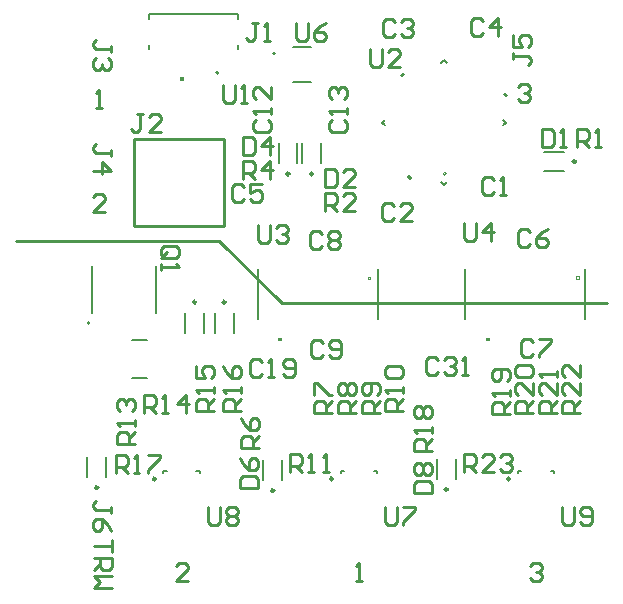
<source format=gbr>
%TF.GenerationSoftware,Altium Limited,Altium Designer,22.11.1 (43)*%
G04 Layer_Color=65535*
%FSLAX45Y45*%
%MOMM*%
%TF.SameCoordinates,5CE01347-A356-42F5-95A5-03C013D0245E*%
%TF.FilePolarity,Positive*%
%TF.FileFunction,Legend,Top*%
%TF.Part,Single*%
G01*
G75*
%TA.AperFunction,NonConductor*%
%ADD51C,0.25000*%
%ADD52C,0.20000*%
%TA.AperFunction,OtherPad,Pad U1-1 (14mm,44.45mm)*%
%ADD53C,0.40000*%
%TA.AperFunction,NonConductor*%
%ADD54C,0.15240*%
%ADD55C,0.20320*%
%ADD56C,0.25400*%
%ADD57C,0.12700*%
%ADD58C,0.15000*%
%ADD59C,0.07620*%
G36*
X2251550Y2254600D02*
Y2229200D01*
X2213450D01*
Y2254600D01*
X2251550D01*
D02*
G37*
G36*
X4011050Y2257405D02*
Y2232005D01*
X3972950D01*
Y2257405D01*
X4011050D01*
D02*
G37*
G36*
X3323192Y3640427D02*
X3350132Y3613486D01*
X3332172Y3595526D01*
X3305231Y3622466D01*
X3323192Y3640427D01*
D02*
G37*
G36*
X3266623Y4463004D02*
X3248663Y4480965D01*
X3275604Y4507906D01*
X3293564Y4489945D01*
X3266623Y4463004D01*
D02*
G37*
G36*
X4116141Y4320240D02*
X4143082Y4293299D01*
X4161043Y4311259D01*
X4134102Y4338200D01*
X4116141Y4320240D01*
D02*
G37*
D51*
X2312500Y3645000D02*
G03*
X2312500Y3645000I-12500J0D01*
G01*
X2512500D02*
G03*
X2512500Y3645000I-12500J0D01*
G01*
X3652500Y975000D02*
G03*
X3652500Y975000I-12500J0D01*
G01*
X2182500Y965000D02*
G03*
X2182500Y965000I-12500J0D01*
G01*
X692500Y990000D02*
G03*
X692500Y990000I-12500J0D01*
G01*
X1522500Y2560000D02*
G03*
X1522500Y2560000I-12500J0D01*
G01*
X1772500D02*
G03*
X1772500Y2560000I-12500J0D01*
G01*
X4180000Y1062500D02*
G03*
X4180000Y1062500I-12500J0D01*
G01*
X2680000D02*
G03*
X2680000Y1062500I-12500J0D01*
G01*
X1180000D02*
G03*
X1180000Y1062500I-12500J0D01*
G01*
X4737500Y3750000D02*
G03*
X4737500Y3750000I-12500J0D01*
G01*
D52*
X620000Y2384000D02*
G03*
X620000Y2384000I-10000J0D01*
G01*
X2193500Y4665000D02*
G03*
X2193500Y4665000I-10000J0D01*
G01*
X1710000Y4500000D02*
G03*
X1710000Y4500000I-10000J0D01*
G01*
X2380000Y3735000D02*
Y3905000D01*
X2220000Y3735000D02*
Y3905000D01*
X2580000Y3735000D02*
Y3905000D01*
X2420000Y3735000D02*
Y3905000D01*
X3720000Y1065000D02*
Y1235000D01*
X3560000Y1065000D02*
Y1235000D01*
X2250000Y1055000D02*
Y1225000D01*
X2090000Y1055000D02*
Y1225000D01*
X760000Y1080000D02*
Y1250000D01*
X600000Y1080000D02*
Y1250000D01*
X1590000Y2300000D02*
Y2470000D01*
X1430000Y2300000D02*
Y2470000D01*
X1840000Y2300000D02*
Y2470000D01*
X1680000Y2300000D02*
Y2470000D01*
X4465000Y3670000D02*
X4635000D01*
X4465000Y3830000D02*
X4635000D01*
D53*
X1400000Y4445000D02*
D03*
D54*
X3801500Y2415715D02*
Y2839895D01*
X4817500Y2415715D02*
Y2839895D01*
X3058000Y2412910D02*
Y2837090D01*
X2042000Y2412910D02*
Y2837090D01*
X3596103Y3577654D02*
X3620000Y3553757D01*
X4122346Y4103897D02*
X4146243Y4080000D01*
X3596103Y4582346D02*
X3620000Y4606243D01*
X3093757Y4080000D02*
X3117654Y4056103D01*
X3620000Y3553757D02*
X3643897Y3577654D01*
X4122346Y4056103D02*
X4146243Y4080000D01*
X3620000Y4606243D02*
X3643897Y4582346D01*
X3093757Y4080000D02*
X3117654Y4103897D01*
D55*
X975000Y1917500D02*
X1105000D01*
X975000Y2235000D02*
X1105000D01*
D56*
X2250000Y2550000D02*
X5000000D01*
X1720000Y3080000D02*
X2250000Y2550000D01*
X0Y3080000D02*
X1720000Y3080000D01*
X997200Y3939300D02*
X1759200D01*
X997200Y3202700D02*
Y3939300D01*
Y3202700D02*
X1759200D01*
Y3939300D01*
X807751Y544600D02*
Y443033D01*
Y493816D01*
X655400D01*
Y392249D02*
X807751D01*
Y316074D01*
X782359Y290682D01*
X731575D01*
X706183Y316074D01*
Y392249D01*
Y341466D02*
X655400Y290682D01*
X807751Y239898D02*
X655400D01*
X706183Y189115D01*
X655400Y138331D01*
X807751D01*
X4250400Y4377359D02*
X4275792Y4402751D01*
X4326575D01*
X4351967Y4377359D01*
Y4351967D01*
X4326575Y4326575D01*
X4301183D01*
X4326575D01*
X4351967Y4301183D01*
Y4275792D01*
X4326575Y4250400D01*
X4275792D01*
X4250400Y4275792D01*
X751967Y3325400D02*
X650400D01*
X751967Y3426967D01*
Y3452359D01*
X726575Y3477751D01*
X675792D01*
X650400Y3452359D01*
X675400Y4200400D02*
X726183D01*
X700792D01*
Y4352751D01*
X675400Y4327359D01*
X4350400Y327359D02*
X4375792Y352751D01*
X4426575D01*
X4451967Y327359D01*
Y301967D01*
X4426575Y276575D01*
X4401183D01*
X4426575D01*
X4451967Y251183D01*
Y225792D01*
X4426575Y200400D01*
X4375792D01*
X4350400Y225792D01*
X2875400Y200400D02*
X2926183D01*
X2900792D01*
Y352751D01*
X2875400Y327359D01*
X1451967Y200400D02*
X1350400D01*
X1451967Y301967D01*
Y327359D01*
X1426575Y352751D01*
X1375792D01*
X1350400Y327359D01*
X4623041Y826175D02*
Y699217D01*
X4648433Y673825D01*
X4699216D01*
X4724608Y699217D01*
Y826175D01*
X4775392Y699217D02*
X4800784Y673825D01*
X4851567D01*
X4876959Y699217D01*
Y800784D01*
X4851567Y826175D01*
X4800784D01*
X4775392Y800784D01*
Y775392D01*
X4800784Y750000D01*
X4876959D01*
X1623041Y826175D02*
Y699217D01*
X1648433Y673825D01*
X1699217D01*
X1724608Y699217D01*
Y826175D01*
X1775392Y800784D02*
X1800784Y826175D01*
X1851567D01*
X1876959Y800784D01*
Y775392D01*
X1851567Y750000D01*
X1876959Y724608D01*
Y699217D01*
X1851567Y673825D01*
X1800784D01*
X1775392Y699217D01*
Y724608D01*
X1800784Y750000D01*
X1775392Y775392D01*
Y800784D01*
X1800784Y750000D02*
X1851567D01*
X3123041Y826175D02*
Y699217D01*
X3148433Y673825D01*
X3199217D01*
X3224608Y699217D01*
Y826175D01*
X3275392D02*
X3376959D01*
Y800784D01*
X3275392Y699217D01*
Y673825D01*
X2367541Y4921175D02*
Y4794216D01*
X2392933Y4768825D01*
X2443716D01*
X2469108Y4794216D01*
Y4921175D01*
X2621459D02*
X2570675Y4895783D01*
X2519892Y4845000D01*
Y4794216D01*
X2545284Y4768825D01*
X2596067D01*
X2621459Y4794216D01*
Y4819608D01*
X2596067Y4845000D01*
X2519892D01*
X3793041Y3226175D02*
Y3099217D01*
X3818433Y3073825D01*
X3869217D01*
X3894608Y3099217D01*
Y3226175D01*
X4021567Y3073825D02*
Y3226175D01*
X3945392Y3150000D01*
X4046959D01*
X2043041Y3216175D02*
Y3089217D01*
X2068433Y3063825D01*
X2119216D01*
X2144608Y3089217D01*
Y3216175D01*
X2195392Y3190784D02*
X2220784Y3216175D01*
X2271567D01*
X2296959Y3190784D01*
Y3165392D01*
X2271567Y3140000D01*
X2246175D01*
X2271567D01*
X2296959Y3114608D01*
Y3089217D01*
X2271567Y3063825D01*
X2220784D01*
X2195392Y3089217D01*
X2993041Y4706175D02*
Y4579216D01*
X3018433Y4553825D01*
X3069216D01*
X3094608Y4579216D01*
Y4706175D01*
X3246959Y4553825D02*
X3145392D01*
X3246959Y4655392D01*
Y4680783D01*
X3221567Y4706175D01*
X3170784D01*
X3145392Y4680783D01*
X1748433Y4401175D02*
Y4274216D01*
X1773825Y4248825D01*
X1824608D01*
X1850000Y4274216D01*
Y4401175D01*
X1900784Y4248825D02*
X1951567D01*
X1926176D01*
Y4401175D01*
X1900784Y4375783D01*
X3786866Y1123825D02*
Y1276175D01*
X3863041D01*
X3888433Y1250783D01*
Y1200000D01*
X3863041Y1174608D01*
X3786866D01*
X3837649D02*
X3888433Y1123825D01*
X4040784D02*
X3939216D01*
X4040784Y1225392D01*
Y1250783D01*
X4015392Y1276175D01*
X3964608D01*
X3939216Y1250783D01*
X4091567D02*
X4116959Y1276175D01*
X4167742D01*
X4193134Y1250783D01*
Y1225392D01*
X4167742Y1200000D01*
X4142351D01*
X4167742D01*
X4193134Y1174608D01*
Y1149216D01*
X4167742Y1123825D01*
X4116959D01*
X4091567Y1149216D01*
X4776175Y1621866D02*
X4623825D01*
Y1698041D01*
X4649217Y1723433D01*
X4700000D01*
X4725392Y1698041D01*
Y1621866D01*
Y1672649D02*
X4776175Y1723433D01*
Y1875784D02*
Y1774216D01*
X4674608Y1875784D01*
X4649217D01*
X4623825Y1850392D01*
Y1799608D01*
X4649217Y1774216D01*
X4776175Y2028134D02*
Y1926567D01*
X4674608Y2028134D01*
X4649217D01*
X4623825Y2002743D01*
Y1951959D01*
X4649217Y1926567D01*
X4576175Y1622258D02*
X4423825D01*
Y1698433D01*
X4449216Y1723825D01*
X4500000D01*
X4525392Y1698433D01*
Y1622258D01*
Y1673041D02*
X4576175Y1723825D01*
Y1876176D02*
Y1774608D01*
X4474608Y1876176D01*
X4449216D01*
X4423825Y1850784D01*
Y1800000D01*
X4449216Y1774608D01*
X4576175Y1926959D02*
Y1977743D01*
Y1952351D01*
X4423825D01*
X4449216Y1926959D01*
X4376175Y1621865D02*
X4223824D01*
Y1698041D01*
X4249216Y1723433D01*
X4300000D01*
X4325392Y1698041D01*
Y1621865D01*
Y1672649D02*
X4376175Y1723433D01*
Y1875783D02*
Y1774216D01*
X4274608Y1875783D01*
X4249216D01*
X4223824Y1850392D01*
Y1799608D01*
X4249216Y1774216D01*
Y1926567D02*
X4223824Y1951959D01*
Y2002742D01*
X4249216Y2028134D01*
X4350783D01*
X4376175Y2002742D01*
Y1951959D01*
X4350783Y1926567D01*
X4249216D01*
X4176175Y1609561D02*
X4023824D01*
Y1685737D01*
X4049216Y1711129D01*
X4100000D01*
X4125392Y1685737D01*
Y1609561D01*
Y1660345D02*
X4176175Y1711129D01*
Y1761912D02*
Y1812696D01*
Y1787304D01*
X4023824D01*
X4049216Y1761912D01*
X4150783Y1888871D02*
X4176175Y1914263D01*
Y1965046D01*
X4150783Y1990438D01*
X4049216D01*
X4023824Y1965046D01*
Y1914263D01*
X4049216Y1888871D01*
X4074608D01*
X4100000Y1914263D01*
Y1990438D01*
X3516175Y1299562D02*
X3363825D01*
Y1375737D01*
X3389216Y1401129D01*
X3440000D01*
X3465392Y1375737D01*
Y1299562D01*
Y1350345D02*
X3516175Y1401129D01*
Y1451913D02*
Y1502696D01*
Y1477304D01*
X3363825D01*
X3389216Y1451913D01*
Y1578871D02*
X3363825Y1604263D01*
Y1655047D01*
X3389216Y1680439D01*
X3414608D01*
X3440000Y1655047D01*
X3465392Y1680439D01*
X3490783D01*
X3516175Y1655047D01*
Y1604263D01*
X3490783Y1578871D01*
X3465392D01*
X3440000Y1604263D01*
X3414608Y1578871D01*
X3389216D01*
X3440000Y1604263D02*
Y1655047D01*
X839562Y1113825D02*
Y1266175D01*
X915737D01*
X941129Y1240783D01*
Y1190000D01*
X915737Y1164608D01*
X839562D01*
X890345D02*
X941129Y1113825D01*
X991912D02*
X1042696D01*
X1017304D01*
Y1266175D01*
X991912Y1240783D01*
X1118871Y1266175D02*
X1220439D01*
Y1240783D01*
X1118871Y1139216D01*
Y1113825D01*
X1901175Y1634561D02*
X1748824D01*
Y1710737D01*
X1774216Y1736129D01*
X1825000D01*
X1850392Y1710737D01*
Y1634561D01*
Y1685345D02*
X1901175Y1736129D01*
Y1786912D02*
Y1837696D01*
Y1812304D01*
X1748824D01*
X1774216Y1786912D01*
X1748824Y2015438D02*
X1774216Y1964654D01*
X1825000Y1913871D01*
X1875783D01*
X1901175Y1939263D01*
Y1990046D01*
X1875783Y2015438D01*
X1850392D01*
X1825000Y1990046D01*
Y1913871D01*
X1676175Y1634561D02*
X1523824D01*
Y1710737D01*
X1549216Y1736129D01*
X1600000D01*
X1625392Y1710737D01*
Y1634561D01*
Y1685345D02*
X1676175Y1736129D01*
Y1786912D02*
Y1837696D01*
Y1812304D01*
X1523824D01*
X1549216Y1786912D01*
X1523824Y2015438D02*
Y1913871D01*
X1600000D01*
X1574608Y1964654D01*
Y1990046D01*
X1600000Y2015438D01*
X1650783D01*
X1676175Y1990046D01*
Y1939263D01*
X1650783Y1913871D01*
X1084562Y1623825D02*
Y1776175D01*
X1160737D01*
X1186129Y1750783D01*
Y1700000D01*
X1160737Y1674608D01*
X1084562D01*
X1135345D02*
X1186129Y1623825D01*
X1236912D02*
X1287696D01*
X1262304D01*
Y1776175D01*
X1236912Y1750783D01*
X1440047Y1623825D02*
Y1776175D01*
X1363871Y1700000D01*
X1465439D01*
X1006175Y1359562D02*
X853825D01*
Y1435737D01*
X879216Y1461129D01*
X930000D01*
X955392Y1435737D01*
Y1359562D01*
Y1410345D02*
X1006175Y1461129D01*
Y1511912D02*
Y1562696D01*
Y1537304D01*
X853825D01*
X879216Y1511912D01*
Y1638871D02*
X853825Y1664263D01*
Y1715047D01*
X879216Y1740438D01*
X904608D01*
X930000Y1715047D01*
Y1689655D01*
Y1715047D01*
X955392Y1740438D01*
X980783D01*
X1006175Y1715047D01*
Y1664263D01*
X980783Y1638871D01*
X2314954Y1123825D02*
Y1276175D01*
X2391129D01*
X2416521Y1250783D01*
Y1200000D01*
X2391129Y1174608D01*
X2314954D01*
X2365737D02*
X2416521Y1123825D01*
X2467304D02*
X2518088D01*
X2492696D01*
Y1276175D01*
X2467304Y1250783D01*
X2594263Y1123825D02*
X2645047D01*
X2619655D01*
Y1276175D01*
X2594263Y1250783D01*
X3276175Y1634562D02*
X3123824D01*
Y1710737D01*
X3149216Y1736129D01*
X3200000D01*
X3225392Y1710737D01*
Y1634562D01*
Y1685345D02*
X3276175Y1736129D01*
Y1786912D02*
Y1837696D01*
Y1812304D01*
X3123824D01*
X3149216Y1786912D01*
Y1913871D02*
X3123824Y1939263D01*
Y1990047D01*
X3149216Y2015438D01*
X3250783D01*
X3276175Y1990047D01*
Y1939263D01*
X3250783Y1913871D01*
X3149216D01*
X3076175Y1623041D02*
X2923825D01*
Y1699217D01*
X2949217Y1724608D01*
X3000000D01*
X3025392Y1699217D01*
Y1623041D01*
Y1673825D02*
X3076175Y1724608D01*
X3050784Y1775392D02*
X3076175Y1800784D01*
Y1851567D01*
X3050784Y1876959D01*
X2949217D01*
X2923825Y1851567D01*
Y1800784D01*
X2949217Y1775392D01*
X2974608D01*
X3000000Y1800784D01*
Y1876959D01*
X2876175Y1623041D02*
X2723825D01*
Y1699217D01*
X2749216Y1724608D01*
X2800000D01*
X2825392Y1699217D01*
Y1623041D01*
Y1673825D02*
X2876175Y1724608D01*
X2749216Y1775392D02*
X2723825Y1800784D01*
Y1851567D01*
X2749216Y1876959D01*
X2774608D01*
X2800000Y1851567D01*
X2825392Y1876959D01*
X2850783D01*
X2876175Y1851567D01*
Y1800784D01*
X2850783Y1775392D01*
X2825392D01*
X2800000Y1800784D01*
X2774608Y1775392D01*
X2749216D01*
X2800000Y1800784D02*
Y1851567D01*
X2676175Y1623041D02*
X2523824D01*
Y1699216D01*
X2549216Y1724608D01*
X2600000D01*
X2625391Y1699216D01*
Y1623041D01*
Y1673824D02*
X2676175Y1724608D01*
X2523824Y1775392D02*
Y1876959D01*
X2549216D01*
X2650783Y1775392D01*
X2676175D01*
X2056175Y1323041D02*
X1903825D01*
Y1399216D01*
X1929217Y1424608D01*
X1980000D01*
X2005392Y1399216D01*
Y1323041D01*
Y1373825D02*
X2056175Y1424608D01*
X1903825Y1576959D02*
X1929217Y1526175D01*
X1980000Y1475392D01*
X2030784D01*
X2056175Y1500784D01*
Y1551567D01*
X2030784Y1576959D01*
X2005392D01*
X1980000Y1551567D01*
Y1475392D01*
X1923041Y3603825D02*
Y3756175D01*
X1999216D01*
X2024608Y3730783D01*
Y3680000D01*
X1999216Y3654608D01*
X1923041D01*
X1973825D02*
X2024608Y3603825D01*
X2151567D02*
Y3756175D01*
X2075392Y3680000D01*
X2176959D01*
X2613041Y3333825D02*
Y3486175D01*
X2689217D01*
X2714608Y3460784D01*
Y3410000D01*
X2689217Y3384608D01*
X2613041D01*
X2663825D02*
X2714608Y3333825D01*
X2866959D02*
X2765392D01*
X2866959Y3435392D01*
Y3460784D01*
X2841567Y3486175D01*
X2790784D01*
X2765392Y3460784D01*
X4748433Y3873825D02*
Y4026175D01*
X4824608D01*
X4850000Y4000783D01*
Y3950000D01*
X4824608Y3924608D01*
X4748433D01*
X4799216D02*
X4850000Y3873825D01*
X4900784D02*
X4951567D01*
X4926176D01*
Y4026175D01*
X4900784Y4000783D01*
X1254217Y2928999D02*
X1355784D01*
X1381176Y2954391D01*
Y3005175D01*
X1355784Y3030567D01*
X1254217D01*
X1228825Y3005175D01*
Y2954391D01*
X1279608Y2979783D02*
X1228825Y2928999D01*
Y2954391D02*
X1254217Y2928999D01*
X1228825Y2878216D02*
Y2827432D01*
Y2852824D01*
X1381176D01*
X1355784Y2878216D01*
X797176Y773391D02*
Y824175D01*
Y798783D01*
X670217D01*
X644825Y824175D01*
Y849567D01*
X670217Y874959D01*
X797176Y621041D02*
X771784Y671824D01*
X721000Y722608D01*
X670217D01*
X644825Y697216D01*
Y646433D01*
X670217Y621041D01*
X695608D01*
X721000Y646433D01*
Y722608D01*
X4202825Y4668608D02*
Y4617825D01*
Y4643217D01*
X4329784D01*
X4355175Y4617825D01*
Y4592433D01*
X4329784Y4567041D01*
X4202825Y4820959D02*
Y4719392D01*
X4279000D01*
X4253608Y4770175D01*
Y4795567D01*
X4279000Y4820959D01*
X4329784D01*
X4355175Y4795567D01*
Y4744784D01*
X4329784Y4719392D01*
X801176Y3800392D02*
Y3851175D01*
Y3825784D01*
X674217D01*
X648825Y3851175D01*
Y3876567D01*
X674217Y3901959D01*
X648825Y3673433D02*
X801176D01*
X725000Y3749608D01*
Y3648041D01*
X801176Y4675391D02*
Y4726175D01*
Y4700783D01*
X674217D01*
X648825Y4726175D01*
Y4751567D01*
X674217Y4776959D01*
X775784Y4624608D02*
X801176Y4599216D01*
Y4548433D01*
X775784Y4523041D01*
X750392D01*
X725000Y4548433D01*
Y4573824D01*
Y4548433D01*
X699608Y4523041D01*
X674217D01*
X648825Y4548433D01*
Y4599216D01*
X674217Y4624608D01*
X1074608Y4151175D02*
X1023825D01*
X1049217D01*
Y4024216D01*
X1023825Y3998825D01*
X998433D01*
X973041Y4024216D01*
X1226959Y3998825D02*
X1125392D01*
X1226959Y4100392D01*
Y4125783D01*
X1201567Y4151175D01*
X1150784D01*
X1125392Y4125783D01*
X2050000Y4926175D02*
X1999216D01*
X2024608D01*
Y4799216D01*
X1999216Y4773825D01*
X1973825D01*
X1948433Y4799216D01*
X2100784Y4773825D02*
X2151567D01*
X2126176D01*
Y4926175D01*
X2100784Y4900783D01*
X3363824Y943041D02*
X3516175D01*
Y1019216D01*
X3490783Y1044608D01*
X3389216D01*
X3363824Y1019216D01*
Y943041D01*
X3389216Y1095392D02*
X3363824Y1120783D01*
Y1171567D01*
X3389216Y1196959D01*
X3414608D01*
X3440000Y1171567D01*
X3465392Y1196959D01*
X3490783D01*
X3516175Y1171567D01*
Y1120783D01*
X3490783Y1095392D01*
X3465392D01*
X3440000Y1120783D01*
X3414608Y1095392D01*
X3389216D01*
X3440000Y1120783D02*
Y1171567D01*
X1893825Y983041D02*
X2046175D01*
Y1059216D01*
X2020783Y1084608D01*
X1919216D01*
X1893825Y1059216D01*
Y983041D01*
Y1236959D02*
X1919216Y1186175D01*
X1970000Y1135392D01*
X2020783D01*
X2046175Y1160784D01*
Y1211567D01*
X2020783Y1236959D01*
X1995392D01*
X1970000Y1211567D01*
Y1135392D01*
X1923041Y3956175D02*
Y3803825D01*
X1999216D01*
X2024608Y3829217D01*
Y3930784D01*
X1999216Y3956175D01*
X1923041D01*
X2151567Y3803825D02*
Y3956175D01*
X2075392Y3880000D01*
X2176959D01*
X2613041Y3686175D02*
Y3533825D01*
X2689217D01*
X2714608Y3559216D01*
Y3660783D01*
X2689217Y3686175D01*
X2613041D01*
X2866959Y3533825D02*
X2765392D01*
X2866959Y3635392D01*
Y3660783D01*
X2841567Y3686175D01*
X2790784D01*
X2765392Y3660783D01*
X4448433Y4026176D02*
Y3873825D01*
X4524608D01*
X4550000Y3899217D01*
Y4000784D01*
X4524608Y4026176D01*
X4448433D01*
X4600784Y3873825D02*
X4651567D01*
X4626176D01*
Y4026176D01*
X4600784Y4000784D01*
X3573825Y2070784D02*
X3548433Y2096175D01*
X3497650D01*
X3472258Y2070784D01*
Y1969217D01*
X3497650Y1943825D01*
X3548433D01*
X3573825Y1969217D01*
X3624608Y2070784D02*
X3650000Y2096175D01*
X3700784D01*
X3726176Y2070784D01*
Y2045392D01*
X3700784Y2020000D01*
X3675392D01*
X3700784D01*
X3726176Y1994608D01*
Y1969217D01*
X3700784Y1943825D01*
X3650000D01*
X3624608Y1969217D01*
X3776959Y1943825D02*
X3827743D01*
X3802351D01*
Y2096175D01*
X3776959Y2070784D01*
X2081129Y2050784D02*
X2055737Y2076175D01*
X2004954D01*
X1979562Y2050784D01*
Y1949217D01*
X2004954Y1923825D01*
X2055737D01*
X2081129Y1949217D01*
X2131912Y1923825D02*
X2182696D01*
X2157304D01*
Y2076175D01*
X2131912Y2050784D01*
X2258871Y1949217D02*
X2284263Y1923825D01*
X2335047D01*
X2360439Y1949217D01*
Y2050784D01*
X2335047Y2076175D01*
X2284263D01*
X2258871Y2050784D01*
Y2025392D01*
X2284263Y2000000D01*
X2360439D01*
X2669216Y4101129D02*
X2643825Y4075737D01*
Y4024954D01*
X2669216Y3999562D01*
X2770783D01*
X2796175Y4024954D01*
Y4075737D01*
X2770783Y4101129D01*
X2796175Y4151912D02*
Y4202696D01*
Y4177304D01*
X2643825D01*
X2669216Y4151912D01*
Y4278871D02*
X2643825Y4304263D01*
Y4355047D01*
X2669216Y4380439D01*
X2694608D01*
X2720000Y4355047D01*
Y4329655D01*
Y4355047D01*
X2745392Y4380439D01*
X2770783D01*
X2796175Y4355047D01*
Y4304263D01*
X2770783Y4278871D01*
X2029216Y4101129D02*
X2003824Y4075737D01*
Y4024953D01*
X2029216Y3999561D01*
X2130783D01*
X2156175Y4024953D01*
Y4075737D01*
X2130783Y4101129D01*
X2156175Y4151912D02*
Y4202696D01*
Y4177304D01*
X2003824D01*
X2029216Y4151912D01*
X2156175Y4380438D02*
Y4278871D01*
X2054608Y4380438D01*
X2029216D01*
X2003824Y4355046D01*
Y4304263D01*
X2029216Y4278871D01*
X2599608Y2215783D02*
X2574216Y2241175D01*
X2523433D01*
X2498041Y2215783D01*
Y2114216D01*
X2523433Y2088825D01*
X2574216D01*
X2599608Y2114216D01*
X2650392D02*
X2675784Y2088825D01*
X2726567D01*
X2751959Y2114216D01*
Y2215783D01*
X2726567Y2241175D01*
X2675784D01*
X2650392Y2215783D01*
Y2190392D01*
X2675784Y2165000D01*
X2751959D01*
X2589608Y3135783D02*
X2564216Y3161175D01*
X2513433D01*
X2488041Y3135783D01*
Y3034216D01*
X2513433Y3008825D01*
X2564216D01*
X2589608Y3034216D01*
X2640392Y3135783D02*
X2665784Y3161175D01*
X2716567D01*
X2741959Y3135783D01*
Y3110392D01*
X2716567Y3085000D01*
X2741959Y3059608D01*
Y3034216D01*
X2716567Y3008825D01*
X2665784D01*
X2640392Y3034216D01*
Y3059608D01*
X2665784Y3085000D01*
X2640392Y3110392D01*
Y3135783D01*
X2665784Y3085000D02*
X2716567D01*
X4374608Y2225783D02*
X4349217Y2251175D01*
X4298433D01*
X4273041Y2225783D01*
Y2124216D01*
X4298433Y2098825D01*
X4349217D01*
X4374608Y2124216D01*
X4425392Y2251175D02*
X4526959D01*
Y2225783D01*
X4425392Y2124216D01*
Y2098825D01*
X4349608Y3150783D02*
X4324216Y3176175D01*
X4273433D01*
X4248041Y3150783D01*
Y3049216D01*
X4273433Y3023825D01*
X4324216D01*
X4349608Y3049216D01*
X4501959Y3176175D02*
X4451175Y3150783D01*
X4400392Y3100000D01*
Y3049216D01*
X4425784Y3023825D01*
X4476567D01*
X4501959Y3049216D01*
Y3074608D01*
X4476567Y3100000D01*
X4400392D01*
X1924608Y3530783D02*
X1899216Y3556175D01*
X1848433D01*
X1823041Y3530783D01*
Y3429216D01*
X1848433Y3403825D01*
X1899216D01*
X1924608Y3429216D01*
X2076959Y3556175D02*
X1975392D01*
Y3480000D01*
X2026175Y3505392D01*
X2051567D01*
X2076959Y3480000D01*
Y3429216D01*
X2051567Y3403825D01*
X2000784D01*
X1975392Y3429216D01*
X3954608Y4940784D02*
X3929216Y4966175D01*
X3878433D01*
X3853041Y4940784D01*
Y4839217D01*
X3878433Y4813825D01*
X3929216D01*
X3954608Y4839217D01*
X4081567Y4813825D02*
Y4966175D01*
X4005392Y4890000D01*
X4106959D01*
X3204608Y4930783D02*
X3179216Y4956175D01*
X3128433D01*
X3103041Y4930783D01*
Y4829216D01*
X3128433Y4803825D01*
X3179216D01*
X3204608Y4829216D01*
X3255392Y4930783D02*
X3280784Y4956175D01*
X3331567D01*
X3356959Y4930783D01*
Y4905392D01*
X3331567Y4880000D01*
X3306175D01*
X3331567D01*
X3356959Y4854608D01*
Y4829216D01*
X3331567Y4803825D01*
X3280784D01*
X3255392Y4829216D01*
X3199608Y3375783D02*
X3174216Y3401175D01*
X3123433D01*
X3098041Y3375783D01*
Y3274216D01*
X3123433Y3248825D01*
X3174216D01*
X3199608Y3274216D01*
X3351959Y3248825D02*
X3250392D01*
X3351959Y3350392D01*
Y3375783D01*
X3326567Y3401175D01*
X3275784D01*
X3250392Y3375783D01*
X4040000Y3590784D02*
X4014608Y3616175D01*
X3963825D01*
X3938433Y3590784D01*
Y3489217D01*
X3963825Y3463825D01*
X4014608D01*
X4040000Y3489217D01*
X4090784Y3463825D02*
X4141567D01*
X4116175D01*
Y3616175D01*
X4090784Y3590784D01*
D57*
X638000Y2466500D02*
Y2861500D01*
X1182000Y2466500D02*
Y2861500D01*
X2345000Y4720000D02*
X2495000D01*
X2345000Y4420000D02*
X2495000D01*
X1120000Y4960000D02*
Y4990000D01*
X1880000Y4960000D02*
Y4990000D01*
X1120000Y4700000D02*
Y4740000D01*
X1880000Y4700000D02*
Y4740000D01*
X1120000Y4995000D02*
X1880000D01*
D58*
X4245000Y1112500D02*
Y1130000D01*
X4555000Y1112500D02*
Y1130000D01*
X4525000D02*
X4555000D01*
X4245000D02*
X4275000D01*
X2745000Y1112500D02*
Y1130000D01*
X3055000Y1112500D02*
Y1130000D01*
X3025000D02*
X3055000D01*
X2745000D02*
X2775000D01*
X1245000Y1112500D02*
Y1130000D01*
X1555000Y1112500D02*
Y1130000D01*
X1525000D02*
X1555000D01*
X1245000D02*
X1275000D01*
D59*
X3639223Y3650000D02*
X3624261Y3635038D01*
X3609299Y3650000D01*
X3624261Y3664962D01*
X3639223Y3650000D01*
X4740000Y2780000D02*
X4761160D01*
Y2758840D01*
X4740000D01*
Y2780000D01*
X2975000Y2775000D02*
X2996160D01*
Y2753840D01*
X2975000D01*
Y2775000D01*
%TF.MD5,4c02b311703603021d99c9902702ab1e*%
M02*

</source>
